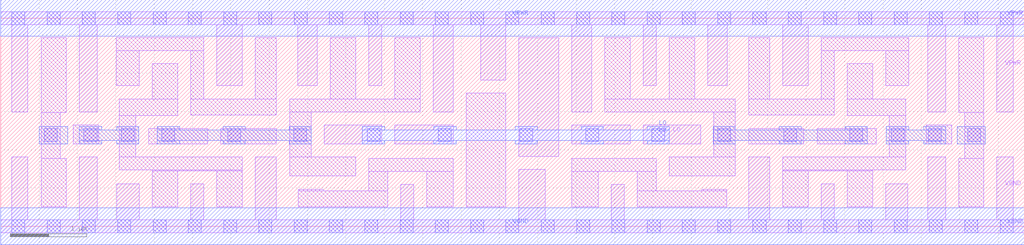
<source format=lef>
# Copyright 2020 The SkyWater PDK Authors
#
# Licensed under the Apache License, Version 2.0 (the "License");
# you may not use this file except in compliance with the License.
# You may obtain a copy of the License at
#
#     https://www.apache.org/licenses/LICENSE-2.0
#
# Unless required by applicable law or agreed to in writing, software
# distributed under the License is distributed on an "AS IS" BASIS,
# WITHOUT WARRANTIES OR CONDITIONS OF ANY KIND, either express or implied.
# See the License for the specific language governing permissions and
# limitations under the License.
#
# SPDX-License-Identifier: Apache-2.0

VERSION 5.7 ;
  NAMESCASESENSITIVE ON ;
  NOWIREEXTENSIONATPIN ON ;
  DIVIDERCHAR "/" ;
  BUSBITCHARS "[]" ;
UNITS
  DATABASE MICRONS 200 ;
END UNITS
MACRO sky130_fd_sc_hd__macro_sparecell
  CLASS CORE ;
  SOURCE USER ;
  FOREIGN sky130_fd_sc_hd__macro_sparecell ;
  ORIGIN  0.000000  0.000000 ;
  SIZE  13.34000 BY  2.720000 ;
  SYMMETRY X Y R90 ;
  SITE unithd ;
  PIN LO
    ANTENNAGATEAREA  1.980000 ;
    DIRECTION OUTPUT ;
    USE SIGNAL ;
    PORT
      LAYER li1 ;
        RECT 4.215000 1.075000 4.965000 1.325000 ;
        RECT 5.135000 1.075000 5.895000 1.325000 ;
        RECT 6.755000 0.915000 7.275000 2.465000 ;
        RECT 7.445000 1.075000 8.205000 1.325000 ;
        RECT 8.375000 1.075000 9.125000 1.325000 ;
      LAYER mcon ;
        RECT 4.775000 1.105000 4.945000 1.275000 ;
        RECT 5.705000 1.105000 5.875000 1.275000 ;
        RECT 6.765000 1.105000 6.935000 1.275000 ;
        RECT 7.625000 1.105000 7.795000 1.275000 ;
        RECT 8.485000 1.105000 8.655000 1.275000 ;
      LAYER met1 ;
        RECT 4.715000 1.075000 5.005000 1.120000 ;
        RECT 4.715000 1.120000 8.715000 1.260000 ;
        RECT 4.715000 1.260000 5.005000 1.305000 ;
        RECT 5.645000 1.075000 5.935000 1.120000 ;
        RECT 5.645000 1.260000 5.935000 1.305000 ;
        RECT 6.705000 1.075000 6.995000 1.120000 ;
        RECT 6.705000 1.260000 6.995000 1.305000 ;
        RECT 7.565000 1.075000 7.855000 1.120000 ;
        RECT 7.565000 1.260000 7.855000 1.305000 ;
        RECT 8.425000 1.075000 8.715000 1.120000 ;
        RECT 8.425000 1.260000 8.715000 1.305000 ;
    END
  END LO
  PIN VGND
    DIRECTION INOUT ;
    SHAPE ABUTMENT ;
    USE GROUND ;
    PORT
      LAYER li1 ;
        RECT  0.000000 -0.085000 13.340000 0.085000 ;
        RECT  0.145000  0.085000  0.355000 0.905000 ;
        RECT  1.025000  0.085000  1.255000 0.905000 ;
        RECT  1.515000  0.085000  1.805000 0.555000 ;
        RECT  2.475000  0.085000  2.645000 0.555000 ;
        RECT  3.315000  0.085000  3.590000 0.905000 ;
        RECT  5.215000  0.085000  5.385000 0.545000 ;
        RECT  6.755000  0.085000  7.095000 0.745000 ;
        RECT  7.955000  0.085000  8.125000 0.545000 ;
        RECT  9.750000  0.085000 10.025000 0.905000 ;
        RECT 10.695000  0.085000 10.865000 0.555000 ;
        RECT 11.535000  0.085000 11.825000 0.555000 ;
        RECT 12.085000  0.085000 12.315000 0.905000 ;
        RECT 12.985000  0.085000 13.195000 0.905000 ;
      LAYER mcon ;
        RECT  0.145000 -0.085000  0.315000 0.085000 ;
        RECT  0.605000 -0.085000  0.775000 0.085000 ;
        RECT  1.065000 -0.085000  1.235000 0.085000 ;
        RECT  1.525000 -0.085000  1.695000 0.085000 ;
        RECT  1.985000 -0.085000  2.155000 0.085000 ;
        RECT  2.445000 -0.085000  2.615000 0.085000 ;
        RECT  2.905000 -0.085000  3.075000 0.085000 ;
        RECT  3.365000 -0.085000  3.535000 0.085000 ;
        RECT  3.825000 -0.085000  3.995000 0.085000 ;
        RECT  4.285000 -0.085000  4.455000 0.085000 ;
        RECT  4.745000 -0.085000  4.915000 0.085000 ;
        RECT  5.205000 -0.085000  5.375000 0.085000 ;
        RECT  5.665000 -0.085000  5.835000 0.085000 ;
        RECT  6.125000 -0.085000  6.295000 0.085000 ;
        RECT  6.585000 -0.085000  6.755000 0.085000 ;
        RECT  7.045000 -0.085000  7.215000 0.085000 ;
        RECT  7.505000 -0.085000  7.675000 0.085000 ;
        RECT  7.965000 -0.085000  8.135000 0.085000 ;
        RECT  8.425000 -0.085000  8.595000 0.085000 ;
        RECT  8.885000 -0.085000  9.055000 0.085000 ;
        RECT  9.345000 -0.085000  9.515000 0.085000 ;
        RECT  9.805000 -0.085000  9.975000 0.085000 ;
        RECT 10.265000 -0.085000 10.435000 0.085000 ;
        RECT 10.725000 -0.085000 10.895000 0.085000 ;
        RECT 11.185000 -0.085000 11.355000 0.085000 ;
        RECT 11.645000 -0.085000 11.815000 0.085000 ;
        RECT 12.105000 -0.085000 12.275000 0.085000 ;
        RECT 12.565000 -0.085000 12.735000 0.085000 ;
        RECT 13.025000 -0.085000 13.195000 0.085000 ;
      LAYER met1 ;
        RECT 0.000000 -0.240000 13.340000 0.240000 ;
    END
  END VGND
  PIN VPWR
    DIRECTION INOUT ;
    SHAPE ABUTMENT ;
    USE POWER ;
    PORT
      LAYER li1 ;
        RECT  0.000000 2.635000 13.340000 2.805000 ;
        RECT  0.145000 1.495000  0.355000 2.635000 ;
        RECT  1.025000 1.495000  1.255000 2.635000 ;
        RECT  2.815000 1.835000  3.145000 2.635000 ;
        RECT  3.870000 1.835000  4.125000 2.635000 ;
        RECT  4.795000 1.835000  4.965000 2.635000 ;
        RECT  5.635000 1.495000  5.895000 2.635000 ;
        RECT  6.255000 1.910000  6.585000 2.635000 ;
        RECT  7.445000 1.495000  7.705000 2.635000 ;
        RECT  8.375000 1.835000  8.545000 2.635000 ;
        RECT  9.215000 1.835000  9.470000 2.635000 ;
        RECT 10.195000 1.835000 10.525000 2.635000 ;
        RECT 12.085000 1.495000 12.315000 2.635000 ;
        RECT 12.985000 1.495000 13.195000 2.635000 ;
      LAYER mcon ;
        RECT  0.145000 2.635000  0.315000 2.805000 ;
        RECT  0.605000 2.635000  0.775000 2.805000 ;
        RECT  1.065000 2.635000  1.235000 2.805000 ;
        RECT  1.525000 2.635000  1.695000 2.805000 ;
        RECT  1.985000 2.635000  2.155000 2.805000 ;
        RECT  2.445000 2.635000  2.615000 2.805000 ;
        RECT  2.905000 2.635000  3.075000 2.805000 ;
        RECT  3.365000 2.635000  3.535000 2.805000 ;
        RECT  3.825000 2.635000  3.995000 2.805000 ;
        RECT  4.285000 2.635000  4.455000 2.805000 ;
        RECT  4.745000 2.635000  4.915000 2.805000 ;
        RECT  5.205000 2.635000  5.375000 2.805000 ;
        RECT  5.665000 2.635000  5.835000 2.805000 ;
        RECT  6.125000 2.635000  6.295000 2.805000 ;
        RECT  6.585000 2.635000  6.755000 2.805000 ;
        RECT  7.045000 2.635000  7.215000 2.805000 ;
        RECT  7.505000 2.635000  7.675000 2.805000 ;
        RECT  7.965000 2.635000  8.135000 2.805000 ;
        RECT  8.425000 2.635000  8.595000 2.805000 ;
        RECT  8.885000 2.635000  9.055000 2.805000 ;
        RECT  9.345000 2.635000  9.515000 2.805000 ;
        RECT  9.805000 2.635000  9.975000 2.805000 ;
        RECT 10.265000 2.635000 10.435000 2.805000 ;
        RECT 10.725000 2.635000 10.895000 2.805000 ;
        RECT 11.185000 2.635000 11.355000 2.805000 ;
        RECT 11.645000 2.635000 11.815000 2.805000 ;
        RECT 12.105000 2.635000 12.275000 2.805000 ;
        RECT 12.565000 2.635000 12.735000 2.805000 ;
        RECT 13.025000 2.635000 13.195000 2.805000 ;
      LAYER met1 ;
        RECT 0.000000 2.480000 13.340000 2.960000 ;
    END
  END VPWR
  OBS
    LAYER li1 ;
      RECT  0.525000 0.255000  0.855000 0.885000 ;
      RECT  0.525000 0.885000  0.775000 1.485000 ;
      RECT  0.525000 1.485000  0.855000 2.465000 ;
      RECT  0.945000 1.075000  1.275000 1.325000 ;
      RECT  1.505000 1.835000  1.805000 2.295000 ;
      RECT  1.505000 2.295000  2.645000 2.465000 ;
      RECT  1.545000 0.735000  3.145000 0.905000 ;
      RECT  1.545000 0.905000  1.760000 1.445000 ;
      RECT  1.545000 1.445000  2.305000 1.665000 ;
      RECT  1.930000 1.075000  2.700000 1.275000 ;
      RECT  1.975000 0.255000  2.305000 0.725000 ;
      RECT  1.975000 0.725000  3.145000 0.735000 ;
      RECT  1.975000 1.665000  2.305000 2.125000 ;
      RECT  2.475000 1.455000  3.590000 1.665000 ;
      RECT  2.475000 1.665000  2.645000 2.295000 ;
      RECT  2.815000 0.255000  3.145000 0.725000 ;
      RECT  2.870000 1.075000  3.590000 1.275000 ;
      RECT  3.315000 1.665000  3.590000 2.465000 ;
      RECT  3.765000 0.655000  4.625000 0.905000 ;
      RECT  3.765000 0.905000  4.045000 1.495000 ;
      RECT  3.765000 1.495000  5.465000 1.665000 ;
      RECT  3.875000 0.255000  5.045000 0.465000 ;
      RECT  3.875000 0.465000  4.205000 0.485000 ;
      RECT  4.295000 1.665000  4.625000 2.465000 ;
      RECT  4.795000 0.465000  5.045000 0.715000 ;
      RECT  4.795000 0.715000  5.895000 0.885000 ;
      RECT  5.135000 1.665000  5.465000 2.465000 ;
      RECT  5.555000 0.255000  5.895000 0.715000 ;
      RECT  6.065000 0.255000  6.585000 1.740000 ;
      RECT  7.445000 0.255000  7.785000 0.715000 ;
      RECT  7.445000 0.715000  8.545000 0.885000 ;
      RECT  7.875000 1.495000  9.575000 1.665000 ;
      RECT  7.875000 1.665000  8.205000 2.465000 ;
      RECT  8.295000 0.255000  9.465000 0.465000 ;
      RECT  8.295000 0.465000  8.545000 0.715000 ;
      RECT  8.715000 0.655000  9.575000 0.905000 ;
      RECT  8.715000 1.665000  9.045000 2.465000 ;
      RECT  9.135000 0.465000  9.465000 0.485000 ;
      RECT  9.295000 0.905000  9.575000 1.495000 ;
      RECT  9.750000 1.075000 10.470000 1.275000 ;
      RECT  9.750000 1.455000 10.865000 1.665000 ;
      RECT  9.750000 1.665000 10.025000 2.465000 ;
      RECT 10.195000 0.255000 10.525000 0.725000 ;
      RECT 10.195000 0.725000 11.365000 0.735000 ;
      RECT 10.195000 0.735000 11.795000 0.905000 ;
      RECT 10.640000 1.075000 11.410000 1.275000 ;
      RECT 10.695000 1.665000 10.865000 2.295000 ;
      RECT 10.695000 2.295000 11.835000 2.465000 ;
      RECT 11.035000 0.255000 11.365000 0.725000 ;
      RECT 11.035000 1.445000 11.795000 1.665000 ;
      RECT 11.035000 1.665000 11.365000 2.125000 ;
      RECT 11.535000 1.835000 11.835000 2.295000 ;
      RECT 11.580000 0.905000 11.795000 1.445000 ;
      RECT 12.065000 1.075000 12.395000 1.325000 ;
      RECT 12.485000 0.255000 12.815000 0.885000 ;
      RECT 12.485000 1.485000 12.815000 2.465000 ;
      RECT 12.565000 0.885000 12.815000 1.485000 ;
    LAYER mcon ;
      RECT  0.565000 1.105000  0.735000 1.275000 ;
      RECT  1.085000 1.105000  1.255000 1.275000 ;
      RECT  1.570000 1.105000  1.740000 1.275000 ;
      RECT  2.100000 1.105000  2.270000 1.275000 ;
      RECT  2.960000 1.105000  3.130000 1.275000 ;
      RECT  3.820000 1.105000  3.990000 1.275000 ;
      RECT  9.345000 1.105000  9.515000 1.275000 ;
      RECT 10.205000 1.105000 10.375000 1.275000 ;
      RECT 11.065000 1.105000 11.235000 1.275000 ;
      RECT 11.605000 1.105000 11.775000 1.275000 ;
      RECT 12.090000 1.105000 12.260000 1.275000 ;
      RECT 12.605000 1.105000 12.775000 1.275000 ;
    LAYER met1 ;
      RECT  0.505000 1.075000  0.875000 1.305000 ;
      RECT  1.025000 1.075000  1.315000 1.120000 ;
      RECT  1.025000 1.120000  1.800000 1.260000 ;
      RECT  1.025000 1.260000  1.315000 1.305000 ;
      RECT  1.510000 1.075000  1.800000 1.120000 ;
      RECT  1.510000 1.260000  1.800000 1.305000 ;
      RECT  2.040000 1.075000  2.330000 1.120000 ;
      RECT  2.040000 1.120000  4.050000 1.260000 ;
      RECT  2.040000 1.260000  2.330000 1.305000 ;
      RECT  2.900000 1.075000  3.190000 1.120000 ;
      RECT  2.900000 1.260000  3.190000 1.305000 ;
      RECT  3.760000 1.075000  4.050000 1.120000 ;
      RECT  3.760000 1.260000  4.050000 1.305000 ;
      RECT  9.285000 1.075000  9.575000 1.120000 ;
      RECT  9.285000 1.120000 11.295000 1.260000 ;
      RECT  9.285000 1.260000  9.575000 1.305000 ;
      RECT 10.145000 1.075000 10.435000 1.120000 ;
      RECT 10.145000 1.260000 10.435000 1.305000 ;
      RECT 11.005000 1.075000 11.295000 1.120000 ;
      RECT 11.005000 1.260000 11.295000 1.305000 ;
      RECT 11.545000 1.075000 11.835000 1.120000 ;
      RECT 11.545000 1.120000 12.320000 1.260000 ;
      RECT 11.545000 1.260000 11.835000 1.305000 ;
      RECT 12.030000 1.075000 12.320000 1.120000 ;
      RECT 12.030000 1.260000 12.320000 1.305000 ;
      RECT 12.470000 1.075000 12.835000 1.305000 ;
  END
END sky130_fd_sc_hd__macro_sparecell
END LIBRARY

</source>
